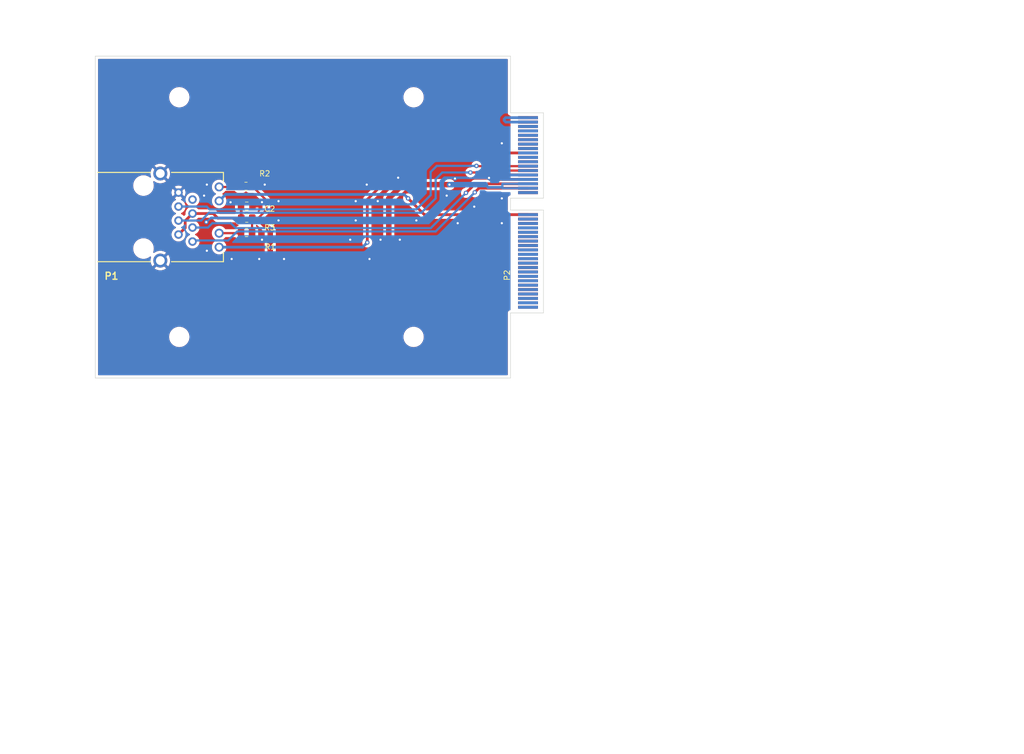
<source format=kicad_pcb>
(kicad_pcb (version 20240108) (generator "pcbnew") (generator_version "8.0")
  (layers (0 "F.Cu" signal) (31 "B.Cu" signal) (34 "B.Paste" user) (35 "F.Paste" user) (36 "B.SilkS" user "B.Silkscreen") (37 "F.SilkS" user "F.Silkscreen") (38 "B.Mask" user) (39 "F.Mask" user) (44 "Edge.Cuts" user))
  (net 0 "")
  (net 1 "GND")
  (net 2 "LED2")
  (net 3 "TX+")
  (net 4 "TX-")
  (net 5 "RX+")
  (net 6 "RX-")
  (net 7 "LED1")
  (net 53 "+3.3V")
  (net 74 "Net-(P2-Pin_78)")
  (net 76 "Net-(P1-CRD)")
  (net 78 "Net-(P1-AG)")
  (net 79 "Net-(P1-AY)")
  (footprint "Capacitor_SMD:C_0805_2012Metric_Pad1.18x1.45mm_HandSolder" (layer "F.Cu") (at 139.7375 86.4 180)
    (property "Reference" "C2" (at -4.1625 -0.5 0) (layer "F.SilkS"))
    (property "Value" "1n")
    (fp_line (start -0.261252 0.735) (end 0.261252 0.735) (stroke (width 0.12)) (layer "F.SilkS"))
    (fp_line (start -0.261252 -0.735) (end 0.261252 -0.735) (stroke (width 0.12)) (layer "F.SilkS"))
    (pad "1" smd roundrect (at -1.0375 0 180) (size 1.175 1.45) (layers "F.Cu" "F.Paste" "F.Mask") (roundrect_rratio 0.2127659574) (net 1 "GND"))
    (pad "2" smd roundrect (at 1.0375 0 180) (size 1.175 1.45) (layers "F.Cu" "F.Paste" "F.Mask") (roundrect_rratio 0.2127659574) (net 76 "Net-(P1-CRD)"))
  )
  (footprint "DSOXLAN:cardedge_40x2" (layer "F.Cu") (at 190.754 104.75)
    (property "Reference" "P2" (at -3.8 -5.8 90) (layer "F.SilkS"))
    (property "Value" "CONN_02X40" (hide yes))
    (pad "1" connect rect (at 0 0) (size 3.6 0.55) (layers "F.Cu" "F.Mask"))
    (pad "2" connect rect (at 0 0) (size 3.6 0.55) (layers "B.Cu" "B.Mask"))
    (pad "3" connect rect (at 0 -0.8) (size 3.6 0.55) (layers "F.Cu" "F.Mask"))
    (pad "4" connect rect (at 0 -0.8) (size 3.6 0.55) (layers "B.Cu" "B.Mask"))
    (pad "5" connect rect (at 0 -1.6) (size 3.6 0.55) (layers "F.Cu" "F.Mask"))
    (pad "6" connect rect (at 0 -1.6) (size 3.6 0.55) (layers "B.Cu" "B.Mask"))
    (pad "7" connect rect (at 0 -2.4) (size 3.6 0.55) (layers "F.Cu" "F.Mask"))
    (pad "8" connect rect (at 0 -2.4) (size 3.6 0.55) (layers "B.Cu" "B.Mask"))
    (pad "9" connect rect (at 0 -3.2) (size 3.6 0.55) (layers "F.Cu" "F.Mask"))
    (pad "10" connect rect (at 0 -3.2) (size 3.6 0.55) (layers "B.Cu" "B.Mask"))
    (pad "11" connect rect (at 0 -4) (size 3.6 0.55) (layers "F.Cu" "F.Mask"))
    (pad "12" connect rect (at 0 -4) (size 3.6 0.55) (layers "B.Cu" "B.Mask"))
    (pad "13" connect rect (at 0 -4.8) (size 3.6 0.55) (layers "F.Cu" "F.Mask"))
    (pad "14" connect rect (at 0 -4.8) (size 3.6 0.55) (layers "B.Cu" "B.Mask"))
    (pad "15" connect rect (at 0 -5.6) (size 3.6 0.55) (layers "F.Cu" "F.Mask"))
    (pad "16" connect rect (at 0 -5.6) (size 3.6 0.55) (layers "B.Cu" "B.Mask"))
    (pad "17" connect rect (at 0 -6.4) (size 3.6 0.55) (layers "F.Cu" "F.Mask"))
    (pad "18" connect rect (at 0 -6.4) (size 3.6 0.55) (layers "B.Cu" "B.Mask"))
    (pad "19" connect rect (at 0 -7.2) (size 3.6 0.55) (layers "F.Cu" "F.Mask"))
    (pad "20" connect rect (at 0 -7.2) (size 3.6 0.55) (layers "B.Cu" "B.Mask"))
    (pad "21" connect rect (at 0 -8) (size 3.6 0.55) (layers "F.Cu" "F.Mask"))
    (pad "22" connect rect (at 0 -8) (size 3.6 0.55) (layers "B.Cu" "B.Mask"))
    (pad "23" connect rect (at 0 -8.8) (size 3.6 0.55) (layers "F.Cu" "F.Mask"))
    (pad "24" connect rect (at 0 -8.8) (size 3.6 0.55) (layers "B.Cu" "B.Mask"))
    (pad "25" connect rect (at 0 -9.6) (size 3.6 0.55) (layers "F.Cu" "F.Mask"))
    (pad "26" connect rect (at 0 -9.6) (size 3.6 0.55) (layers "B.Cu" "B.Mask"))
    (pad "27" connect rect (at 0 -10.4) (size 3.6 0.55) (layers "F.Cu" "F.Mask"))
    (pad "28" connect rect (at 0 -10.4) (size 3.6 0.55) (layers "B.Cu" "B.Mask"))
    (pad "29" connect rect (at 0 -11.2) (size 3.6 0.55) (layers "F.Cu" "F.Mask"))
    (pad "30" connect rect (at 0 -11.2) (size 3.6 0.55) (layers "B.Cu" "B.Mask"))
    (pad "31" connect rect (at 0 -12) (size 3.6 0.55) (layers "F.Cu" "F.Mask"))
    (pad "32" connect rect (at 0 -12) (size 3.6 0.55) (layers "B.Cu" "B.Mask"))
    (pad "33" connect rect (at 0 -12.8) (size 3.6 0.55) (layers "F.Cu" "F.Mask"))
    (pad "34" connect rect (at 0 -12.8) (size 3.6 0.55) (layers "B.Cu" "B.Mask"))
    (pad "35" connect rect (at 0 -13.6) (size 3.6 0.55) (layers "F.Cu" "F.Mask"))
    (pad "36" connect rect (at 0 -13.6) (size 3.6 0.55) (layers "B.Cu" "B.Mask"))
    (pad "37" connect rect (at 0 -14.4) (size 3.6 0.55) (layers "F.Cu" "F.Mask"))
    (pad "38" connect rect (at 0 -14.4) (size 3.6 0.55) (layers "B.Cu" "B.Mask"))
    (pad "39" connect rect (at 0 -15.2) (size 3.6 0.55) (layers "F.Cu" "F.Mask"))
    (pad "40" connect rect (at 0 -15.2) (size 3.6 0.55) (layers "B.Cu" "B.Mask"))
    (pad "41" connect rect (at 0 -16) (size 3.6 0.55) (layers "F.Cu" "F.Mask"))
    (pad "42" connect rect (at 0 -16) (size 3.6 0.55) (layers "B.Cu" "B.Mask"))
    (pad "43" connect rect (at 0 -16.8) (size 3.6 0.55) (layers "F.Cu" "F.Mask") (net 2 "LED2"))
    (pad "44" connect rect (at 0 -16.8) (size 3.6 0.55) (layers "B.Cu" "B.Mask"))
    (pad "45" connect rect (at 0 -20.8) (size 3.6 0.55) (layers "F.Cu" "F.Mask"))
    (pad "46" connect rect (at 0 -20.8) (size 3.6 0.55) (layers "B.Cu" "B.Mask"))
    (pad "47" connect rect (at 0 -21.6) (size 3.6 0.55) (layers "F.Cu" "F.Mask") (net 3 "TX+"))
    (pad "48" connect rect (at 0 -21.6) (size 3.6 0.55) (layers "B.Cu" "B.Mask") (net 53 "+3.3V"))
    (pad "49" connect rect (at 0 -22.4) (size 3.6 0.55) (layers "F.Cu" "F.Mask") (net 4 "TX-"))
    (pad "50" connect rect (at 0 -22.4) (size 3.6 0.55) (layers "B.Cu" "B.Mask") (net 53 "+3.3V"))
    (pad "51" connect rect (at 0 -23.2) (size 3.6 0.55) (layers "F.Cu" "F.Mask") (net 1 "GND"))
    (pad "52" connect rect (at 0 -23.2) (size 3.6 0.55) (layers "B.Cu" "B.Mask") (net 1 "GND"))
    (pad "53" connect rect (at 0 -24) (size 3.6 0.55) (layers "F.Cu" "F.Mask") (net 1 "GND"))
    (pad "54" connect rect (at 0 -24) (size 3.6 0.55) (layers "B.Cu" "B.Mask") (net 1 "GND"))
    (pad "55" connect rect (at 0 -24.8) (size 3.6 0.55) (layers "F.Cu" "F.Mask") (net 5 "RX+"))
    (pad "56" connect rect (at 0 -24.8) (size 3.6 0.55) (layers "B.Cu" "B.Mask"))
    (pad "57" connect rect (at 0 -25.6) (size 3.6 0.55) (layers "F.Cu" "F.Mask") (net 6 "RX-"))
    (pad "58" connect rect (at 0 -25.6) (size 3.6 0.55) (layers "B.Cu" "B.Mask"))
    (pad "59" connect rect (at 0 -26.4) (size 3.6 0.55) (layers "F.Cu" "F.Mask"))
    (pad "60" connect rect (at 0 -26.4) (size 3.6 0.55) (layers "B.Cu" "B.Mask"))
    (pad "61" connect rect (at 0 -27.2) (size 3.6 0.55) (layers "F.Cu" "F.Mask"))
    (pad "62" connect rect (at 0 -27.2) (size 3.6 0.55) (layers "B.Cu" "B.Mask"))
    (pad "63" connect rect (at 0 -28) (size 3.6 0.55) (layers "F.Cu" "F.Mask") (net 7 "LED1"))
    (pad "64" connect rect (at 0 -28) (size 3.6 0.55) (layers "B.Cu" "B.Mask"))
    (pad "65" connect rect (at 0 -28.8) (size 3.6 0.55) (layers "F.Cu" "F.Mask"))
    (pad "66" connect rect (at 0 -28.8) (size 3.6 0.55) (layers "B.Cu" "B.Mask"))
    (pad "67" connect rect (at 0 -29.6) (size 3.6 0.55) (layers "F.Cu" "F.Mask"))
    (pad "68" connect rect (at 0 -29.6) (size 3.6 0.55) (layers "B.Cu" "B.Mask"))
    (pad "69" connect rect (at 0 -30.4) (size 3.6 0.55) (layers "F.Cu" "F.Mask"))
    (pad "70" connect rect (at 0 -30.4) (size 3.6 0.55) (layers "B.Cu" "B.Mask"))
    (pad "71" connect rect (at 0 -31.2) (size 3.6 0.55) (layers "F.Cu" "F.Mask"))
    (pad "72" connect rect (at 0 -31.2) (size 3.6 0.55) (layers "B.Cu" "B.Mask"))
    (pad "73" connect rect (at 0 -32) (size 3.6 0.55) (layers "F.Cu" "F.Mask"))
    (pad "74" connect rect (at 0 -32) (size 3.6 0.55) (layers "B.Cu" "B.Mask"))
    (pad "75" connect rect (at 0 -32.8) (size 3.6 0.55) (layers "F.Cu" "F.Mask"))
    (pad "76" connect rect (at 0 -32.8) (size 3.6 0.55) (layers "B.Cu" "B.Mask"))
    (pad "77" connect rect (at 0 -33.6) (size 3.6 0.55) (layers "F.Cu" "F.Mask"))
    (pad "78" connect rect (at 0 -33.6) (size 3.6 0.55) (layers "B.Cu" "B.Mask") (net 74 "Net-(P2-Pin_78)"))
    (pad "79" connect rect (at 0 -34.4) (size 3.6 0.55) (layers "F.Cu" "F.Mask"))
    (pad "80" connect rect (at 0 -34.4) (size 3.6 0.55) (layers "B.Cu" "B.Mask") (net 74 "Net-(P2-Pin_78)"))
  )
  (footprint "Resistor_SMD:R_0805_2012Metric_Pad1.20x1.40mm_HandSolder" (layer "F.Cu") (at 139.7 91.2 180)
    (property "Reference" "R1" (at -4.3 -2.6 180) (layer "F.SilkS"))
    (property "Value" "470R")
    (fp_line (start -0.227064 0.735) (end 0.227064 0.735) (stroke (width 0.12)) (layer "F.SilkS"))
    (fp_line (start -0.227064 -0.735) (end 0.227064 -0.735) (stroke (width 0.12)) (layer "F.SilkS"))
    (pad "1" smd roundrect (at -1 0 180) (size 1.2 1.4) (layers "F.Cu" "F.Paste" "F.Mask") (roundrect_rratio 0.2083333333) (net 53 "+3.3V"))
    (pad "2" smd roundrect (at 1 0 180) (size 1.2 1.4) (layers "F.Cu" "F.Paste" "F.Mask") (roundrect_rratio 0.2083333333) (net 78 "Net-(P1-AG)"))
  )
  (footprint "Resistor_SMD:R_0805_2012Metric_Pad1.20x1.40mm_HandSolder" (layer "F.Cu") (at 139.6 82.8 180)
    (property "Reference" "R2" (at -3.4 2.3 180) (layer "F.SilkS"))
    (property "Value" "470R")
    (fp_line (start -0.227064 0.735) (end 0.227064 0.735) (stroke (width 0.12)) (layer "F.SilkS"))
    (fp_line (start -0.227064 -0.735) (end 0.227064 -0.735) (stroke (width 0.12)) (layer "F.SilkS"))
    (pad "1" smd roundrect (at -1 0 180) (size 1.2 1.4) (layers "F.Cu" "F.Paste" "F.Mask") (roundrect_rratio 0.2083333333) (net 53 "+3.3V"))
    (pad "2" smd roundrect (at 1 0 180) (size 1.2 1.4) (layers "F.Cu" "F.Paste" "F.Mask") (roundrect_rratio 0.2083333333) (net 79 "Net-(P1-AY)"))
  )
  (footprint "Resistor_SMD:R_0805_2012Metric_Pad1.20x1.40mm_HandSolder" (layer "F.Cu") (at 139.7375 88.59 180)
    (property "Reference" "R3" (at -4.1625 -1.71 0) (layer "F.SilkS"))
    (property "Value" "10R")
    (fp_line (start -0.227064 0.735) (end 0.227064 0.735) (stroke (width 0.12)) (layer "F.SilkS"))
    (fp_line (start -0.227064 -0.735) (end 0.227064 -0.735) (stroke (width 0.12)) (layer "F.SilkS"))
    (pad "1" smd roundrect (at -1 0 180) (size 1.2 1.4) (layers "F.Cu" "F.Paste" "F.Mask") (roundrect_rratio 0.2083333333) (net 53 "+3.3V"))
    (pad "2" smd roundrect (at 1 0 180) (size 1.2 1.4) (layers "F.Cu" "F.Paste" "F.Mask") (roundrect_rratio 0.2083333333) (net 76 "Net-(P1-CRD)"))
  )
  (footprint "DSOXLAN:WURTH-7499010121A" (layer "F.Cu") (at 129.9 92.83 90)
    (property "Reference" "P1" (at -6.27 -14.7 180) (layer "F.SilkS") (effects (font (size 1.27 1.27) (thickness 0.254))))
    (property "Value" "7499010121A" (hide yes))
    (fp_line (start 12.545 -17.2) (end 12.545 -7.62) (stroke (width 0.2032)) (layer "F.SilkS"))
    (fp_line (start -3.655 -7.62) (end -3.655 -17.2) (stroke (width 0.2032)) (layer "F.SilkS"))
    (fp_line (start 12.545 -3.81) (end 12.545 5.61) (stroke (width 0.2032)) (layer "F.SilkS"))
    (fp_line (start 12.545 5.61) (end 11 5.61) (stroke (width 0.2032)) (layer "F.SilkS"))
    (fp_line (start -2 5.61) (end -3.655 5.61) (stroke (width 0.2032)) (layer "F.SilkS"))
    (fp_line (start -3.655 5.61) (end -3.655 -3.81) (stroke (width 0.2032)) (layer "F.SilkS"))
    (pad "" np_thru_hole circle (at -1.27 -8.89 90) (size 3.25 3.25) (drill 3.25) (layers "*.Cu" "*.Mask"))
    (pad "" np_thru_hole circle (at 10.16 -8.89 90) (size 3.25 3.25) (drill 3.25) (layers "*.Cu" "*.Mask"))
    (pad "1" thru_hole circle (at 0 0 90) (size 1.524 1.524) (drill 0.9) (layers "*.Cu" "*.Mask") (net 3 "TX+"))
    (pad "2" thru_hole circle (at 1.27 -2.54 90) (size 1.524 1.524) (drill 0.9) (layers "*.Cu" "*.Mask") (net 76 "Net-(P1-CRD)"))
    (pad "3" thru_hole circle (at 2.54 0 90) (size 1.524 1.524) (drill 0.9) (layers "*.Cu" "*.Mask") (net 4 "TX-"))
    (pad "4" thru_hole circle (at 3.81 -2.54 90) (size 1.524 1.524) (drill 0.9) (layers "*.Cu" "*.Mask") (net 5 "RX+"))
    (pad "5" thru_hole circle (at 5.08 0 90) (size 1.524 1.524) (drill 0.9) (layers "*.Cu" "*.Mask") (net 76 "Net-(P1-CRD)"))
    (pad "6" thru_hole circle (at 6.35 -2.54 90) (size 1.524 1.524) (drill 0.9) (layers "*.Cu" "*.Mask") (net 6 "RX-"))
    (pad "7" thru_hole circle (at 7.62 0 90) (size 1.524 1.524) (drill 0.9) (layers "*.Cu" "*.Mask"))
    (pad "8" thru_hole circle (at 8.89 -2.54 90) (size 1.524 1.524) (drill 0.9) (layers "*.Cu" "*.Mask") (net 1 "GND"))
    (pad "9" thru_hole circle (at -1.02 4.83 90) (size 1.6256 1.6256) (drill 1.02) (layers "*.Cu" "*.Mask") (net 7 "LED1"))
    (pad "10" thru_hole circle (at 1.52 4.83 90) (size 1.6256 1.6256) (drill 1.02) (layers "*.Cu" "*.Mask") (net 78 "Net-(P1-AG)"))
    (pad "11" thru_hole circle (at 7.37 4.83 90) (size 1.6256 1.6256) (drill 1.02) (layers "*.Cu" "*.Mask") (net 2 "LED2"))
    (pad "12" thru_hole circle (at 9.91 4.83 90) (size 1.6256 1.6256) (drill 1.02) (layers "*.Cu" "*.Mask") (net 79 "Net-(P1-AY)"))
    (pad "13" thru_hole circle (at 12.345 -5.84 90) (size 2.54 2.54) (drill 1.6) (layers "*.Cu" "*.Mask") (net 1 "GND"))
    (pad "14" thru_hole circle (at -3.455 -5.84 90) (size 2.54 2.54) (drill 1.6) (layers "*.Cu" "*.Mask") (net 1 "GND"))
  )
  (footprint "MountingHole:MountingHole_3.2mm_M3_ISO7380" (layer "F.Cu") (at 127.5 110.142)
    (property "Reference" "H102" (hide yes))
    (property "Value" "MountingHole")
    (pad "" np_thru_hole circle (at 0 0) (size 3.2 3.2) (drill 3.2) (layers "*.Cu" "*.Mask"))
  )
  (footprint "MountingHole:MountingHole_3.2mm_M3_ISO7380" (layer "F.Cu") (at 127.5 66.642)
    (property "Reference" "H101" (hide yes))
    (property "Value" "MountingHole")
    (pad "" np_thru_hole circle (at 0 0) (size 3.2 3.2) (drill 3.2) (layers "*.Cu" "*.Mask"))
  )
  (footprint "MountingHole:MountingHole_3.2mm_M3_ISO7380" (layer "F.Cu") (at 170 66.642)
    (property "Reference" "H103" (hide yes))
    (property "Value" "MountingHole")
    (pad "" np_thru_hole circle (at 0 0) (size 3.2 3.2) (drill 3.2) (layers "F&B.Cu" "*.Mask"))
  )
  (footprint "MountingHole:MountingHole_3.2mm_M3_ISO7380" (layer "F.Cu") (at 170 110.142)
    (property "Reference" "H104" (hide yes))
    (property "Value" "MountingHole")
    (pad "" np_thru_hole circle (at 0 0) (size 3.2 3.2) (drill 3.2) (layers "F&B.Cu" "*.Mask"))
  )
  (footprint "DSOXLAN:Lid" (layer "F.Cu") (at 113 88.392)
    (property "Reference" "REF**" (hide yes))
    (property "Value" "Lid")
  )
  (footprint "DSOXLAN:Spacer2b" (layer "F.Cu") (at 170 88.392 90)
    (property "Reference" "REF**" (hide yes))
    (property "Value" "Spacer2b")
  )
  (footprint "Symbol:OSHW-Symbol_6.7x6mm_Copper" (layer "F.Cu") (at 149 64.5)
    (property "Reference" "SYM101" (hide yes))
    (property "Value" "Logo_Open_Hardware_Small" (hide yes))
    (fp_poly (pts (xy 0.555814 -2.531069) (xy 0.639635 -2.086445) (xy 0.94892 -1.958947) (xy 1.258206 -1.831449) (xy 1.629246 -2.083754) (xy 1.733157 -2.154004) (xy 1.827087 -2.216728) (xy 1.906652 -2.269062) (xy 1.96747 -2.308143) (xy 2.005157 -2.331107) (xy 2.015421 -2.336058) (xy 2.03391 -2.323324) (xy 2.07342 -2.288118) (xy 2.129522 -2.234938) (xy 2.197787 -2.168282) (xy 2.273786 -2.092646) (xy 2.353092 -2.012528) (xy 2.431275 -1.932426) (xy 2.503907 -1.856836) (xy 2.566559 -1.790255) (xy 2.614803 -1.737182) (xy 2.64421 -1.702113) (xy 2.651241 -1.690377) (xy 2.641123 -1.66874) (xy 2.612759 -1.621338) (xy 2.569129 -1.552807) (xy 2.513218 -1.467785) (xy 2.448006 -1.370907) (xy 2.410219 -1.31565) (xy 2.341343 -1.214752) (xy 2.28014 -1.123701) (xy 2.229578 -1.04703) (xy 2.192628 -0.989272) (xy 2.172258 -0.954957) (xy 2.169197 -0.947746) (xy 2.176136 -0.927252) (xy 2.195051 -0.879487) (xy 2.223087 -0.811168) (xy 2.257391 -0.729011) (xy 2.295109 -0.63973) (xy 2.333387 -0.550042) (xy 2.36937 -0.466662) (xy 2.400206 -0.396306) (xy 2.423039 -0.34569) (xy 2.435017 -0.321529) (xy 2.435724 -0.320578) (xy 2.454531 -0.315964) (xy 2.504618 -0.305672) (xy 2.580793 -0.290713) (xy 2.677865 -0.272099) (xy 2.790643 -0.250841) (xy 2.856442 -0.238582) (xy 2.97695 -0.215638) (xy 3.085797 -0.193805) (xy 3.177476 -0.174278) (xy 3.246481 -0.158252) (xy 3.287304 -0.146921) (xy 3.295511 -0.143326) (xy 3.303548 -0.118994) (xy 3.310033 -0.064041) (xy 3.31497 0.015108) (xy 3.318364 0.112026) (xy 3.320218 0.220287) (xy 3.320538 0.333465) (xy 3.319327 0.445135) (xy 3.31659 0.548868) (xy 3.312331 0.638241) (xy 3.306555 0.706826) (xy 3.299267 0.748197) (xy 3.294895 0.75681) (xy 3.268764 0.767133) (xy 3.213393 0.781892) (xy 3.136107 0.799352) (xy 3.04423 0.81778) (xy 3.012158 0.823741) (xy 2.857524 0.852066) (xy 2.735375 0.874876) (xy 2.641673 0.89308) (xy 2.572384 0.907583) (xy 2.523471 0.919292) (xy 2.490897 0.929115) (xy 2.470628 0.937956) (xy 2.458626 0.946724) (xy 2.456947 0.948457) (xy 2.440184 0.976371) (xy 2.414614 1.030695) (xy 2.382788 1.104777) (xy 2.34726 1.191965) (xy 2.310583 1.285608) (xy 2.275311 1.379052) (xy 2.243996 1.465647) (xy 2.219193 1.53874) (xy 2.203454 1.591678) (xy 2.199332 1.617811) (xy 2.199676 1.618726) (xy 2.213641 1.640086) (xy 2.245322 1.687084) (xy 2.291391 1.754827) (xy 2.348518 1.838423) (xy 2.413373 1.932982) (xy 2.431843 1.959854) (xy 2.497699 2.057275) (xy 2.55565 2.146163) (xy 2.602538 2.221412) (xy 2.635207 2.27792) (xy 2.6505 2.310581) (xy 2.651241 2.314593) (xy 2.638392 2.335684) (xy 2.602888 2.377464) (xy 2.549293 2.435445) (xy 2.482171 2.505135) (xy 2.406087 2.582045) (xy 2.325604 2.661683) (xy 2.245287 2.739561) (xy 2.169699 2.811186) (xy 2.103405 2.87207) (xy 2.050969 2.917721) (xy 2.016955 2.94365) (xy 2.007545 2.947883) (xy 1.985643 2.937912) (xy 1.9408 2.91102) (xy 1.880321 2.871736) (xy 1.833789 2.840117) (xy 1.749475 2.782098) (xy 1.649626 2.713784) (xy 1.549473 2.645579) (xy 1.495627 2.609075) (xy 1.313371 2.4858) (xy 1.160381 2.56852) (xy 1.090682 2.604759) (xy 1.031414 2.632926) (xy 0.991311 2.648991) (xy 0.981103 2.651226) (xy 0.968829 2.634722) (xy 0.944613 2.588082) (xy 0.910263 2.515609) (xy 0.867588 2.421606) (xy 0.818394 2.310374) (xy 0.76449 2.186215) (xy 0.707684 2.053432) (xy 0.649782 1.916327) (xy 0.592593 1.779202) (xy 0.537924 1.646358) (xy 0.487584 1.522098) (xy 0.44338 1.410725) (xy 0.407119 1.316539) (xy 0.380609 1.243844) (xy 0.365658 1.196941) (xy 0.363254 1.180833) (xy 0.382311 1.160286) (xy 0.424036 1.126933) (xy 0.479706 1.087702) (xy 0.484378 1.084599) (xy 0.628264 0.969423) (xy 0.744283 0.835053) (xy 0.83143 0.685784) (xy 0.888699 0.525913) (xy 0.915086 0.359737) (xy 0.909585 0.191552) (xy 0.87119 0.025655) (xy 0.798895 -0.133658) (xy 0.777626 -0.168513) (xy 0.666996 -0.309263) (xy 0.536302 -0.422286) (xy 0.390064 -0.506997) (xy 0.232808 -0.562806) (xy 0.069057 -0.589126) (xy -0.096667 -0.58537) (xy -0.259838 -0.55095) (xy -0.415935 -0.485277) (xy -0.560433 -0.387765) (xy -0.605131 -0.348187) (xy -0.718888 -0.224297) (xy -0.801782 -0.093876) (xy -0.858644 0.052315) (xy -0.890313 0.197088) (xy -0.898131 0.35986) (xy -0.872062 0.52344) (xy -0.814755 0.682298) (xy -0.728856 0.830906) (xy -0.617014 0.963735) (xy -0.481877 1.075256) (xy -0.464117 1.087011) (xy -0.40785 1.125508) (xy -0.365077 1.158863) (xy -0.344628 1.18016) (xy -0.344331 1.180833) (xy -0.348721 1.203871) (xy -0.366124 1.256157) (xy -0.394732 1.33339) (xy -0.432735 1.431268) (xy -0.478326 1.545491) (xy -0.529697 1.671758) (xy -0.585038 1.805767) (xy -0.642542 1.943218) (xy -0.700399 2.079808) (xy -0.756802 2.211237) (xy -0.809942 2.333205) (xy -0.85801 2.441409) (xy -0.899199 2.531549) (xy -0.931699 2.599323) (xy -0.953703 2.64043) (xy -0.962564 2.651226) (xy -0.98964 2.642819) (xy -1.040303 2.620272) (xy -1.105817 2.587613) (xy -1.141841 2.56852) (xy -1.294832 2.4858) (xy -1.477088 2.609075) (xy -1.570125 2.672228) (xy -1.671985 2.741727) (xy -1.767438 2.807165) (xy -1.81525 2.840117) (xy -1.882495 2.885273) (xy -1.939436 2.921057) (xy -1.978646 2.942938) (xy -1.991381 2.947563) (xy -2.009917 2.935085) (xy -2.050941 2.900252) (xy -2.110475 2.846678) (xy -2.184542 2.777983) (xy -2.269165 2.697781) (xy -2.322685 2.646286) (xy -2.416319 2.554286) (xy -2.497241 2.471999) (xy -2.562177 2.402945) (xy -2.607858 2.350644) (xy -2.631011 2.318616) (xy -2.633232 2.312116) (xy -2.622924 2.287394) (xy -2.594439 2.237405) (xy -2.550937 2.167212) (xy -2.495577 2.081875) (xy -2.43152 1.986456) (xy -2.413303 1.959854) (xy -2.346927 1.863167) (xy -2.287378 1.776117) (xy -2.237984 1.703595) (xy -2.202075 1.650493) (xy -2.182981 1.621703) (xy -2.181136 1.618726) (xy -2.183895 1.595782) (xy -2.198538 1.545336) (xy -2.222513 1.474041) (xy -2.253266 1.388547) (xy -2.288244 1.295507) (xy -2.324893 1.201574) (xy -2.360661 1.113399) (xy -2.392994 1.037634) (xy -2.419338 0.980931) (xy -2.437142 0.949943) (xy -2.438407 0.948457) (xy -2.449294 0.939601) (xy -2.467682 0.930843) (xy -2.497606 0.921277) (xy -2.543103 0.909996) (xy -2.608209 0.896093) (xy -2.696961 0.878663) (xy -2.813393 0.856798) (xy -2.961542 0.829591) (xy -2.993618 0.823741) (xy -3.088686 0.805374) (xy -3.171565 0.787405) (xy -3.23493 0.771569) (xy -3.271458 0.7596) (xy -3.276356 0.75681) (xy -3.284427 0.732072) (xy -3.290987 0.67679) (xy -3.296033 0.597389) (xy -3.299559 0.500296) (xy -3.301561 0.391938) (xy -3.302036 0.27874) (xy -3.300977 0.167128) (xy -3.298382 0.063529) (xy -3.294246 -0.025632) (xy -3.288563 -0.093928) (xy -3.281331 -0.134934) (xy -3.276971 -0.143326) (xy -3.252698 -0.151792) (xy -3.197426 -0.165565) (xy -3.116662 -0.18345) (xy -3.015912 -0.204252) (xy -2.900683 -0.226777) (xy -2.837902 -0.238582) (xy -2.718787 -0.260849) (xy -2.612565 -0.281021) (xy -2.524427 -0.298085) (xy -2.459566 -0.311031) (xy -2.423174 -0.318845) (xy -2.417184 -0.320578) (xy -2.407061 -0.34011) (xy -2.385662 -0.387157) (xy -2.355839 -0.454997) (xy -2.320445 -0.536909) (xy -2.282332 -0.626172) (xy -2.244353 -0.716065) (xy -2.20936 -0.799865) (xy -2.180206 -0.870853) (xy -2.159743 -0.922306) (xy -2.150823 -0.947503) (xy -2.150657 -0.948604) (xy -2.160769 -0.968481) (xy -2.189117 -1.014223) (xy -2.232723 -1.081283) (xy -2.288606 -1.165116) (xy -2.353787 -1.261174) (xy -2.391679 -1.31635) (xy -2.460725 -1.417519) (xy -2.52205 -1.50937) (xy -2.572663 -1.587256) (xy -2.609571 -1.646531) (xy -2.629782 -1.682549) (xy -2.632701 -1.690623) (xy -2.620153 -1.709416) (xy -2.585463 -1.749543) (xy -2.533063 -1.806507) (xy -2.467384 -1.875815) (xy -2.392856 -1.952969) (xy -2.313913 -2.033475) (xy -2.234983 -2.112837) (xy -2.1605 -2.18656) (xy -2.094894 -2.250148) (xy -2.042596 -2.299106) (xy -2.008039 -2.328939) (xy -1.996478 -2.336058) (xy -1.977654 -2.326047) (xy -1.932631 -2.297922) (xy -1.865787 -2.254546) (xy -1.781499 -2.198782) (xy -1.684144 -2.133494) (xy -1.610707 -2.083754) (xy -1.239667 -1.831449) (xy -0.621095 -2.086445) (xy -0.537275 -2.531069) (xy -0.453454 -2.975693) (xy 0.471994 -2.975693) (xy 0.555814 -2.531069)) (stroke (width 0.01)) (fill solid) (layer "F.Cu"))
  )
  (footprint "DSOXLAN:Spacer1a" (layer "B.Cu") (at 170 88.392 90)
    (property "Reference" "REF**" (hide yes))
    (property "Value" "Spacer1a")
  )
  (gr_line (start 193.548 69.469) (end 187.579 69.469) (stroke (width 0.1)) (layer "Edge.Cuts"))
  (gr_line (start 179.578 117.602) (end 187.579 117.602) (stroke (width 0.1)) (layer "Edge.Cuts"))
  (gr_line (start 187.579 105.791) (end 193.548 105.791) (stroke (width 0.1)) (layer "Edge.Cuts"))
  (gr_line (start 187.579 69.469) (end 187.579 59.182) (stroke (width 0.1)) (layer "Edge.Cuts"))
  (gr_line (start 193.548 84.963) (end 193.548 69.469) (stroke (width 0.1)) (layer "Edge.Cuts"))
  (gr_line (start 193.548 105.791) (end 193.548 87.122) (stroke (width 0.1)) (layer "Edge.Cuts"))
  (gr_line (start 187.579 117.602) (end 187.579 105.791) (stroke (width 0.1)) (layer "Edge.Cuts"))
  (gr_line (start 112.268 117.602) (end 179.578 117.602) (stroke (width 0.1)) (layer "Edge.Cuts"))
  (gr_line (start 187.579 59.182) (end 112.268 59.182) (stroke (width 0.1)) (layer "Edge.Cuts"))
  (gr_line (start 187.579 87.122) (end 187.579 84.963) (stroke (width 0.1)) (layer "Edge.Cuts"))
  (gr_line (start 193.548 87.122) (end 187.579 87.122) (stroke (width 0.1)) (layer "Edge.Cuts"))
  (gr_line (start 187.579 84.963) (end 193.548 84.963) (stroke (width 0.1)) (layer "Edge.Cuts"))
  (gr_line (start 112.268 59.182) (end 112.268 117.602) (stroke (width 0.1)) (layer "Edge.Cuts"))
  (gr_text "DIY DSOXLAN\nAW 2014-12-13\nDL8DTL 2024-05-18" (at 151.11013 112.916902 0) (layer "F.Cu") (effects (font (size 1.5 1.5) (thickness 0.3))))
  (segment (start 183.95 81.55) (end 183.68 81.28) (width 0.5) (layer "F.Cu") (net 1))
  (segment (start 183.68 81.28) (end 184.21 80.75) (width 0.5) (layer "F.Cu") (net 1))
  (segment (start 190.754 81.55) (end 183.95 81.55) (width 0.5) (layer "F.Cu") (net 1))
  (segment (start 184.21 80.75) (end 190.754 80.75) (width 0.5) (layer "F.Cu") (net 1))
  (via (at 132.5 94.5) (size 0.8) (drill 0.4) (layers "F.Cu" "B.Cu") (net 1))
  (via (at 163.5 85.5) (size 0.8) (drill 0.4) (layers "F.Cu" "B.Cu") (net 1))
  (via (at 183.68 81.28) (size 0.8) (drill 0.4) (layers "F.Cu" "B.Cu") (net 1))
  (via (at 142.5 85.6805) (size 0.8) (drill 0.4) (layers "F.Cu" "B.Cu") (net 1))
  (via (at 146.5 96) (size 0.8) (drill 0.4) (layers "F.Cu" "B.Cu") (net 1))
  (via (at 178 89.5) (size 0.8) (drill 0.4) (layers "F.Cu" "B.Cu") (net 1))
  (via (at 186 85) (size 0.8) (drill 0.4) (layers "F.Cu" "B.Cu") (net 1))
  (via (at 159.5 85.5) (size 0.8) (drill 0.4) (layers "F.Cu" "B.Cu") (net 1))
  (via (at 145.5 89) (size 0.8) (drill 0.4) (layers "F.Cu" "B.Cu") (net 1))
  (via (at 132.5 82.5) (size 0.8) (drill 0.4) (layers "F.Cu" "B.Cu") (net 1))
  (via (at 142.5 92.5) (size 0.8) (drill 0.4) (layers "F.Cu" "B.Cu") (net 1))
  (via (at 145.5 85.5) (size 0.8) (drill 0.4) (layers "F.Cu" "B.Cu") (net 1))
  (via (at 136.8 85.7) (size 0.8) (drill 0.4) (layers "F.Cu" "B.Cu") (net 1))
  (via (at 186 89.5) (size 0.8) (drill 0.4) (layers "F.Cu" "B.Cu") (net 1))
  (via (at 161.5 82.5) (size 0.8) (drill 0.4) (layers "F.Cu" "B.Cu") (net 1))
  (via (at 170.5 89) (size 0.8) (drill 0.4) (layers "F.Cu" "B.Cu") (net 1))
  (via (at 186 75) (size 0.8) (drill 0.4) (layers "F.Cu" "B.Cu") (net 1))
  (via (at 132.4 89.3) (size 0.8) (drill 0.4) (layers "F.Cu" "B.Cu") (net 1))
  (via (at 167.199272 81.245799) (size 0.8) (drill 0.4) (layers "F.Cu" "B.Cu") (net 1))
  (via (at 164 92.5) (size 0.8) (drill 0.4) (layers "F.Cu" "B.Cu") (net 1))
  (via (at 181 86.5) (size 0.8) (drill 0.4) (layers "F.Cu" "B.Cu") (net 1))
  (via (at 143 82.5) (size 0.8) (drill 0.4) (layers "F.Cu" "B.Cu") (net 1))
  (via (at 176 84.5) (size 0.8) (drill 0.4) (layers "F.Cu" "B.Cu") (net 1))
  (via (at 177.5 81.4005) (size 0.8) (drill 0.4) (layers "F.Cu" "B.Cu") (net 1))
  (via (at 132 84.5) (size 0.8) (drill 0.4) (layers "F.Cu" "B.Cu") (net 1))
  (via (at 137 96) (size 0.8) (drill 0.4) (layers "F.Cu" "B.Cu") (net 1))
  (via (at 162 96) (size 0.8) (drill 0.4) (layers "F.Cu" "B.Cu") (net 1))
  (via (at 142 96) (size 0.8) (drill 0.4) (layers "F.Cu" "B.Cu") (net 1))
  (via (at 159.5 89) (size 0.8) (drill 0.4) (layers "F.Cu" "B.Cu") (net 1))
  (via (at 167.5 92.5) (size 0.8) (drill 0.4) (layers "F.Cu" "B.Cu") (net 1))
  (via (at 158.5 92.5) (size 0.8) (drill 0.4) (layers "F.Cu" "B.Cu") (net 1))
  (segment (start 186.100998 81.55) (end 186.055 81.504002) (width 0.5) (layer "B.Cu") (net 1))
  (segment (start 186.055 81.504002) (end 186.055 81.28) (width 0.5) (layer "B.Cu") (net 1))
  (segment (start 186.585 80.75) (end 186.055 81.28) (width 0.5) (layer "B.Cu") (net 1))
  (segment (start 190.754 81.55) (end 186.100998 81.55) (width 0.5) (layer "B.Cu") (net 1))
  (segment (start 186.055 81.28) (end 183.68 81.28) (width 0.5) (layer "B.Cu") (net 1))
  (segment (start 190.754 80.75) (end 186.585 80.75) (width 0.5) (layer "B.Cu") (net 1))
  (segment (start 190.754 87.95) (end 171.95 87.95) (width 0.5) (layer "F.Cu") (net 2))
  (segment (start 171.95 87.95) (end 169 85) (width 0.5) (layer "F.Cu") (net 2))
  (via (at 169 85) (size 0.8) (drill 0.4) (layers "F.Cu" "B.Cu") (net 2))
  (segment (start 135.912536 84.277464) (end 168.277464 84.277464) (width 0.5) (layer "B.Cu") (net 2))
  (segment (start 168.277464 84.277464) (end 169 85) (width 0.5) (layer "B.Cu") (net 2))
  (segment (start 134.73 85.46) (end 135.912536 84.277464) (width 0.5) (layer "B.Cu") (net 2))
  (segment (start 181.85 83.15) (end 181.1 83.9) (width 0.5) (layer "F.Cu") (net 3))
  (segment (start 190.754 83.15) (end 181.85 83.15) (width 0.5) (layer "F.Cu") (net 3))
  (via (at 181.1 83.9) (size 0.8) (drill 0.4) (layers "F.Cu" "B.Cu") (net 3))
  (segment (start 129.9 92.83) (end 130.0928 92.6372) (width 0.4) (layer "B.Cu") (net 3))
  (segment (start 136.3628 92.6372) (end 138 91) (width 0.4) (layer "B.Cu") (net 3))
  (segment (start 138 91) (end 174 91) (width 0.4) (layer "B.Cu") (net 3))
  (segment (start 174 91) (end 181.1 83.9) (width 0.4) (layer "B.Cu") (net 3))
  (segment (start 130.0928 92.6372) (end 136.3628 92.6372) (width 0.4) (layer "B.Cu") (net 3))
  (segment (start 181.15 82.35) (end 179.5 84) (width 0.5) (layer "F.Cu") (net 4))
  (segment (start 190.754 82.35) (end 181.15 82.35) (width 0.5) (layer "F.Cu") (net 4))
  (via (at 179.5 84) (size 0.8) (drill 0.4) (layers "F.Cu" "B.Cu") (net 4))
  (segment (start 129.9 90.29) (end 132.71 90.29) (width 0.4) (layer "B.Cu") (net 4))
  (segment (start 133.5 89.5) (end 136.85118 89.5) (width 0.4) (layer "B.Cu") (net 4))
  (segment (start 132.71 90.29) (end 133.5 89.5) (width 0.4) (layer "B.Cu") (net 4))
  (segment (start 136.85118 89.5) (end 137.751679 90.400499) (width 0.4) (layer "B.Cu") (net 4))
  (segment (start 173.099501 90.400499) (end 179.5 84) (width 0.4) (layer "B.Cu") (net 4))
  (segment (start 137.751679 90.400499) (end 173.099501 90.400499) (width 0.4) (layer "B.Cu") (net 4))
  (segment (start 182.15 79.95) (end 181.8 80.3) (width 0.4) (layer "F.Cu") (net 5))
  (segment (start 181.8 80.3) (end 180.3 80.3) (width 0.4) (layer "F.Cu") (net 5))
  (segment (start 190.754 79.95) (end 182.15 79.95) (width 0.4) (layer "F.Cu") (net 5))
  (via (at 180.3 80.3) (size 0.8) (drill 0.4) (layers "F.Cu" "B.Cu") (net 5))
  (segment (start 171.400499 87.599501) (end 174 85) (width 0.4) (layer "B.Cu") (net 5))
  (segment (start 175.2 80.3) (end 180.3 80.3) (width 0.4) (layer "B.Cu") (net 5))
  (segment (start 132.900499 87.599501) (end 171.400499 87.599501) (width 0.4) (layer "B.Cu") (net 5))
  (segment (start 131.48 89.02) (end 132.900499 87.599501) (width 0.4) (layer "B.Cu") (net 5))
  (segment (start 174 81.5) (end 175.2 80.3) (width 0.4) (layer "B.Cu") (net 5))
  (segment (start 127.36 89.02) (end 131.48 89.02) (width 0.4) (layer "B.Cu") (net 5))
  (segment (start 174 85) (end 174 81.5) (width 0.4) (layer "B.Cu") (net 5))
  (segment (start 181.4 79.1) (end 181.45 79.15) (width 0.4) (layer "F.Cu") (net 6))
  (segment (start 181.45 79.15) (end 190.754 79.15) (width 0.4) (layer "F.Cu") (net 6))
  (via (at 181.4 79.1) (size 0.8) (drill 0.4) (layers "F.Cu" "B.Cu") (net 6))
  (segment (start 174.2 79.1) (end 181.4 79.1) (width 0.4) (layer "B.Cu") (net 6))
  (segment (start 133 87) (end 170.5 87) (width 0.4) (layer "B.Cu") (net 6))
  (segment (start 170.5 87) (end 173.1 84.4) (width 0.4) (layer "B.Cu") (net 6))
  (segment (start 127.36 86.48) (end 132.48 86.48) (width 0.4) (layer "B.Cu") (net 6))
  (segment (start 173.1 80.2) (end 174.2 79.1) (width 0.4) (layer "B.Cu") (net 6))
  (segment (start 173.1 84.4) (end 173.1 80.2) (width 0.4) (layer "B.Cu") (net 6))
  (segment (start 132.48 86.48) (end 133 87) (width 0.4) (layer "B.Cu") (net 6))
  (segment (start 170.05 76.75) (end 161.6 85.2) (width 0.5) (layer "F.Cu") (net 7))
  (segment (start 190.754 76.75) (end 170.05 76.75) (width 0.5) (layer "F.Cu") (net 7))
  (segment (start 161.6 85.2) (end 161.6 93) (width 0.5) (layer "F.Cu") (net 7))
  (via (at 161.6 93) (size 0.8) (drill 0.4) (layers "F.Cu" "B.Cu") (net 7))
  (segment (start 160.75 93.85) (end 161.6 93) (width 0.5) (layer "B.Cu") (net 7))
  (segment (start 134.73 93.85) (end 160.75 93.85) (width 0.5) (layer "B.Cu") (net 7))
  (segment (start 140.7 91.2) (end 140.7 88.6275) (width 0.4) (layer "F.Cu") (net 53))
  (segment (start 164.5 98.5) (end 165.5 97.5) (width 1) (layer "F.Cu") (net 53))
  (segment (start 140.7375 88.59) (end 141.81 88.59) (width 0.4) (layer "F.Cu") (net 53))
  (segment (start 144 96.5) (end 146 98.5) (width 1) (layer "F.Cu") (net 53))
  (segment (start 165.5 97.5) (end 165.5 85) (width 1) (layer "F.Cu") (net 53))
  (segment (start 142.12 88.9) (end 144 90.78) (width 1) (layer "F.Cu") (net 53))
  (segment (start 165.5 85) (end 168 82.5) (width 1) (layer "F.Cu") (net 53))
  (segment (start 140.7 88.6275) (end 140.7375 88.59) (width 0.4) (layer "F.Cu") (net 53))
  (segment (start 146 98.5) (end 164.5 98.5) (width 1) (layer "F.Cu") (net 53))
  (segment (start 168 82.5) (end 176.5 82.5) (width 1) (layer "F.Cu") (net 53))
  (segment (start 143.2995 87.1005) (end 143.2995 85.349336) (width 0.4) (layer "F.Cu") (net 53))
  (segment (start 144 90.78) (end 144 96.5) (width 1) (layer "F.Cu") (net 53))
  (segment (start 142.12 88.9) (end 141.81 88.59) (width 0.4) (layer "F.Cu") (net 53))
  (segment (start 141.81 88.59) (end 143.2995 87.1005) (width 0.4) (layer "F.Cu") (net 53))
  (segment (start 143.2995 85.349336) (end 140.750164 82.8) (width 0.4) (layer "F.Cu") (net 53))
  (segment (start 140.750164 82.8) (end 140.6 82.8) (width 0.4) (layer "F.Cu") (net 53))
  (via (at 176.5 82.5) (size 0.8) (drill 0.4) (layers "F.Cu" "B.Cu") (net 53))
  (segment (start 176.5 82.5) (end 183 82.5) (width 1) (layer "B.Cu") (net 53))
  (segment (start 186.1 83) (end 186.1 83.1) (width 0.4) (layer "B.Cu") (net 53))
  (segment (start 186.15 82.35) (end 186.1 82.4) (width 0.4) (layer "B.Cu") (net 53))
  (segment (start 186.1 83.1) (end 186.15 83.15) (width 0.4) (layer "B.Cu") (net 53))
  (segment (start 183.5 83) (end 186.1 83) (width 0.5) (layer "B.Cu") (net 53))
  (segment (start 186.1 82.4) (end 186.1 83) (width 0.4) (layer "B.Cu") (net 53))
  (segment (start 183 82.5) (end 183.5 83) (width 0.5) (layer "B.Cu") (net 53))
  (segment (start 190.754 82.35) (end 186.15 82.35) (width 0.4) (layer "B.Cu") (net 53))
  (segment (start 186.15 83.15) (end 190.754 83.15) (width 0.4) (layer "B.Cu") (net 53))
  (segment (start 186.72 71.15) (end 186.436 70.866) (width 0.5) (layer "B.Cu") (net 74))
  (segment (start 186.436 70.866) (end 186.436 70.612) (width 0.5) (layer "B.Cu") (net 74))
  (segment (start 186.436 70.612) (end 186.698 70.35) (width 0.5) (layer "B.Cu") (net 74))
  (segment (start 186.698 70.35) (end 190.754 70.35) (width 0.5) (layer "B.Cu") (net 74))
  (segment (start 190.754 71.15) (end 186.72 71.15) (width 0.5) (layer "B.Cu") (net 74))
  (segment (start 138.7375 86.4375) (end 138.7 86.4) (width 0.5) (layer "F.Cu") (net 76))
  (segment (start 138.7375 88.59) (end 138.7375 86.4375) (width 0.5) (layer "F.Cu") (net 76))
  (segment (start 133.65 87.75) (end 129.9 87.75) (width 0.5) (layer "F.Cu") (net 76))
  (segment (start 128.572 90.348) (end 127.36 91.56) (width 0.5) (layer "F.Cu") (net 76))
  (segment (start 129.9 87.75) (end 128.572 89.078) (width 0.5) (layer "F.Cu") (net 76))
  (segment (start 138.7375 88.59) (end 134.49 88.59) (width 0.5) (layer "F.Cu") (net 76))
  (segment (start 128.572 89.078) (end 128.572 90.348) (width 0.5) (layer "F.Cu") (net 76))
  (segment (start 134.49 88.59) (end 133.65 87.75) (width 0.5) (layer "F.Cu") (net 76))
  (segment (start 134.73 91.31) (end 138.59 91.31) (width 0.4) (layer "F.Cu") (net 78))
  (segment (start 138.59 91.31) (end 138.7 91.2) (width 0.4) (layer "F.Cu") (net 78))
  (segment (start 134.73 82.92) (end 138.48 82.92) (width 0.4) (layer "F.Cu") (net 79))
  (segment (start 138.48 82.92) (end 138.6 82.8) (width 0.4) (layer "F.Cu") (net 79))
  (zone (net 1) (net_name "GND") (layer "F.Cu") (connect_pads (clearance 0.508)) (min_thickness 0.254) (fill yes (thermal_gap 0.508) (thermal_bridge_width 0.508))
    (polygon (pts (xy 112.268 117.602) (xy 187.579 117.602) (xy 187.579 59.182) (xy 112.268 59.182) (xy 112.268 59.436)))
  )
  (zone (net 0) (net_name "") (layer "F.Cu") (connect_pads (clearance 0)) (min_thickness 0.25)
    (keepout (tracks allowed) (vias allowed) (pads allowed) (copperpour not_allowed) (footprints allowed))
    (fill (thermal_gap 0.5) (thermal_bridge_width 0.5))
    (polygon (pts (xy 145.2 60.9) (xy 152.9 60.9) (xy 152.9 68) (xy 145.2 68)))
  )
  (zone (net 1) (net_name "GND") (layer "B.Cu") (connect_pads (clearance 0.508)) (min_thickness 0.254) (fill yes (thermal_gap 0.508) (thermal_bridge_width 0.508))
    (polygon (pts (xy 112.268 117.602) (xy 187.579 117.602) (xy 187.579 59.182) (xy 112.268 59.182) (xy 112.268 59.563)))
  )
)
</source>
